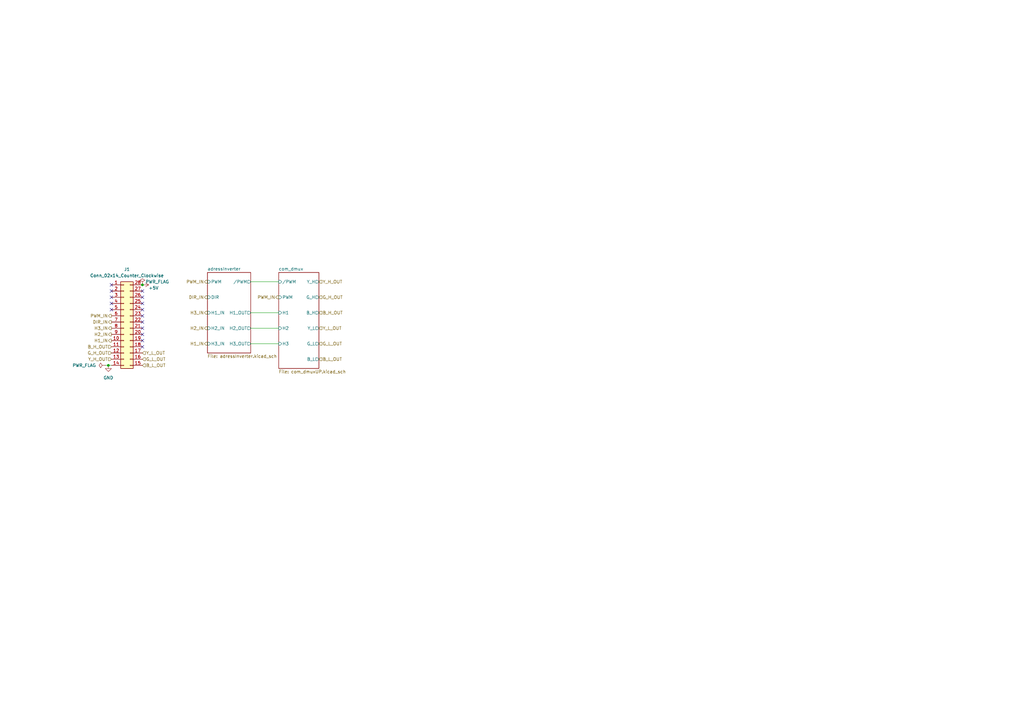
<source format=kicad_sch>
(kicad_sch (version 20230121) (generator eeschema)
  (paper "A3")
  (lib_symbols
    (symbol "Connector_Generic:Conn_02x14_Counter_Clockwise" (pin_names (offset 1.016) hide)
      (property "Reference" "J" (at 1.27 17.78 0))
      (property "Value" "Conn_02x14_Counter_Clockwise" (at 1.27 -20.32 0))
      (symbol "Conn_02x14_Counter_Clockwise_1_1"
        (rectangle (start -1.27 -17.653) (end 0 -17.907) (stroke (width 0.1524)))
        (rectangle (start -1.27 -15.113) (end 0 -15.367) (stroke (width 0.1524)))
        (rectangle (start -1.27 -12.573) (end 0 -12.827) (stroke (width 0.1524)))
        (rectangle (start -1.27 -10.033) (end 0 -10.287) (stroke (width 0.1524)))
        (rectangle (start -1.27 -7.493) (end 0 -7.747) (stroke (width 0.1524)))
        (rectangle (start -1.27 -4.953) (end 0 -5.207) (stroke (width 0.1524)))
        (rectangle (start -1.27 -2.413) (end 0 -2.667) (stroke (width 0.1524)))
        (rectangle (start -1.27 0.127) (end 0 -0.127) (stroke (width 0.1524)))
        (rectangle (start -1.27 2.667) (end 0 2.413) (stroke (width 0.1524)))
        (rectangle (start -1.27 5.207) (end 0 4.953) (stroke (width 0.1524)))
        (rectangle (start -1.27 7.747) (end 0 7.493) (stroke (width 0.1524)))
        (rectangle (start -1.27 10.287) (end 0 10.033) (stroke (width 0.1524)))
        (rectangle (start -1.27 12.827) (end 0 12.573) (stroke (width 0.1524)))
        (rectangle (start -1.27 15.367) (end 0 15.113) (stroke (width 0.1524)))
        (rectangle (start -1.27 16.51) (end 3.81 -19.05) (stroke (width 0.254)) (fill (type background)))
        (rectangle (start 3.81 -17.653) (end 2.54 -17.907) (stroke (width 0.1524)))
        (rectangle (start 3.81 -15.113) (end 2.54 -15.367) (stroke (width 0.1524)))
        (rectangle (start 3.81 -12.573) (end 2.54 -12.827) (stroke (width 0.1524)))
        (rectangle (start 3.81 -10.033) (end 2.54 -10.287) (stroke (width 0.1524)))
        (rectangle (start 3.81 -7.493) (end 2.54 -7.747) (stroke (width 0.1524)))
        (rectangle (start 3.81 -4.953) (end 2.54 -5.207) (stroke (width 0.1524)))
        (rectangle (start 3.81 -2.413) (end 2.54 -2.667) (stroke (width 0.1524)))
        (rectangle (start 3.81 0.127) (end 2.54 -0.127) (stroke (width 0.1524)))
        (rectangle (start 3.81 2.667) (end 2.54 2.413) (stroke (width 0.1524)))
        (rectangle (start 3.81 5.207) (end 2.54 4.953) (stroke (width 0.1524)))
        (rectangle (start 3.81 7.747) (end 2.54 7.493) (stroke (width 0.1524)))
        (rectangle (start 3.81 10.287) (end 2.54 10.033) (stroke (width 0.1524)))
        (rectangle (start 3.81 12.827) (end 2.54 12.573) (stroke (width 0.1524)))
        (rectangle (start 3.81 15.367) (end 2.54 15.113) (stroke (width 0.1524)))
        (pin passive line (at -5.08 15.24 0) (length 3.81) (name "Pin_1") (number "1"))
        (pin passive line (at -5.08 -7.62 0) (length 3.81) (name "Pin_10") (number "10"))
        (pin passive line (at -5.08 -10.16 0) (length 3.81) (name "Pin_11") (number "11"))
        (pin passive line (at -5.08 -12.7 0) (length 3.81) (name "Pin_12") (number "12"))
        (pin passive line (at -5.08 -15.24 0) (length 3.81) (name "Pin_13") (number "13"))
        (pin passive line (at -5.08 -17.78 0) (length 3.81) (name "Pin_14") (number "14"))
        (pin passive line (at 7.62 -17.78 180) (length 3.81) (name "Pin_15") (number "15"))
        (pin passive line (at 7.62 -15.24 180) (length 3.81) (name "Pin_16") (number "16"))
        (pin passive line (at 7.62 -12.7 180) (length 3.81) (name "Pin_17") (number "17"))
        (pin passive line (at 7.62 -10.16 180) (length 3.81) (name "Pin_18") (number "18"))
        (pin passive line (at 7.62 -7.62 180) (length 3.81) (name "Pin_19") (number "19"))
        (pin passive line (at -5.08 12.7 0) (length 3.81) (name "Pin_2") (number "2"))
        (pin passive line (at 7.62 -5.08 180) (length 3.81) (name "Pin_20") (number "20"))
        (pin passive line (at 7.62 -2.54 180) (length 3.81) (name "Pin_21") (number "21"))
        (pin passive line (at 7.62 0 180) (length 3.81) (name "Pin_22") (number "22"))
        (pin passive line (at 7.62 2.54 180) (length 3.81) (name "Pin_23") (number "23"))
        (pin passive line (at 7.62 5.08 180) (length 3.81) (name "Pin_24") (number "24"))
        (pin passive line (at 7.62 7.62 180) (length 3.81) (name "Pin_25") (number "25"))
        (pin passive line (at 7.62 10.16 180) (length 3.81) (name "Pin_26") (number "26"))
        (pin passive line (at 7.62 12.7 180) (length 3.81) (name "Pin_27") (number "27"))
        (pin passive line (at 7.62 15.24 180) (length 3.81) (name "Pin_28") (number "28"))
        (pin passive line (at -5.08 10.16 0) (length 3.81) (name "Pin_3") (number "3"))
        (pin passive line (at -5.08 7.62 0) (length 3.81) (name "Pin_4") (number "4"))
        (pin passive line (at -5.08 5.08 0) (length 3.81) (name "Pin_5") (number "5"))
        (pin passive line (at -5.08 2.54 0) (length 3.81) (name "Pin_6") (number "6"))
        (pin passive line (at -5.08 0 0) (length 3.81) (name "Pin_7") (number "7"))
        (pin passive line (at -5.08 -2.54 0) (length 3.81) (name "Pin_8") (number "8"))
        (pin passive line (at -5.08 -5.08 0) (length 3.81) (name "Pin_9") (number "9"))
      )
    )
    (symbol "power:+5V" (power) (pin_names (offset 0))
      (property "Value" "+5V" (at 0 3.556 0))
      (symbol "+5V_0_1"
        (polyline (pts (xy -0.762 1.27) (xy 0 2.54)))
        (polyline (pts (xy 0 0) (xy 0 2.54)))
        (polyline (pts (xy 0 2.54) (xy 0.762 1.27)))
      )
      (symbol "+5V_1_1"
        (pin power_in line (at 0 0 90) (length 0) hide (name "+5V") (number "1"))
      )
    )
    (symbol "power:GND" (power) (pin_names (offset 0))
      (property "Value" "GND" (at 0 -3.81 0))
      (symbol "GND_0_1"
        (polyline (pts (xy 0 0) (xy 0 -1.27) (xy 1.27 -1.27) (xy 0 -2.54) (xy -1.27 -1.27) (xy 0 -1.27)))
      )
      (symbol "GND_1_1"
        (pin power_in line (at 0 0 270) (length 0) hide (name "GND") (number "1"))
      )
    )
    (symbol "power:PWR_FLAG" (power) (pin_numbers hide) (pin_names (offset 0) hide)
      (property "Value" "PWR_FLAG" (at 0 3.81 0))
      (symbol "PWR_FLAG_0_0"
        (pin power_out line (at 0 0 90) (length 0) (name "pwr") (number "1"))
      )
      (symbol "PWR_FLAG_0_1"
        (polyline (pts (xy 0 0) (xy 0 1.27) (xy -1.016 1.905) (xy 0 2.54) (xy 1.016 1.905) (xy 0 1.27)))
      )
    )
  )
  (junction (at 58.42 116.84))
  (junction (at 44.45 149.86))
  (no_connect (at 58.42 142.24))
  (no_connect (at 45.72 116.84))
  (no_connect (at 58.42 137.16))
  (no_connect (at 58.42 134.62))
  (no_connect (at 58.42 121.92))
  (no_connect (at 58.42 127))
  (no_connect (at 58.42 132.08))
  (no_connect (at 58.42 124.46))
  (no_connect (at 45.72 124.46))
  (no_connect (at 45.72 119.38))
  (no_connect (at 58.42 129.54))
  (no_connect (at 45.72 121.92))
  (no_connect (at 58.42 139.7))
  (no_connect (at 45.72 127))
  (no_connect (at 58.42 119.38))
  (wire (pts (xy 102.87 134.62) (xy 114.3 134.62)))
  (wire (pts (xy 102.87 140.97) (xy 114.3 140.97)))
  (wire (pts (xy 102.87 115.57) (xy 114.3 115.57)))
  (wire (pts (xy 44.45 149.86) (xy 45.72 149.86)))
  (wire (pts (xy 43.18 149.86) (xy 44.45 149.86)))
  (wire (pts (xy 102.87 128.27) (xy 114.3 128.27)))
  (hierarchical_label "H2_IN" (shape output) (at 85.09 134.62 180))
  (hierarchical_label "H1_IN" (shape output) (at 45.72 139.7 180))
  (hierarchical_label "B_H_OUT" (shape input) (at 45.72 142.24 180))
  (hierarchical_label "Y_L_OUT" (shape input) (at 130.81 134.62 0))
  (hierarchical_label "Y_L_OUT" (shape input) (at 58.42 144.78 0))
  (hierarchical_label "PWM_IN" (shape output) (at 114.3 121.92 180))
  (hierarchical_label "G_H_OUT" (shape input) (at 130.81 121.92 0))
  (hierarchical_label "PWM_IN" (shape output) (at 45.72 129.54 180))
  (hierarchical_label "H2_IN" (shape output) (at 45.72 137.16 180))
  (hierarchical_label "G_L_OUT" (shape input) (at 58.42 147.32 0))
  (hierarchical_label "B_L_OUT" (shape input) (at 130.81 147.32 0))
  (hierarchical_label "Y_H_OUT" (shape input) (at 45.72 147.32 180))
  (hierarchical_label "H1_IN" (shape output) (at 85.09 140.97 180))
  (hierarchical_label "B_H_OUT" (shape input) (at 130.81 128.27 0))
  (hierarchical_label "G_L_OUT" (shape input) (at 130.81 140.97 0))
  (hierarchical_label "B_L_OUT" (shape input) (at 58.42 149.86 0))
  (hierarchical_label "DIR_IN" (shape output) (at 85.09 121.92 180))
  (hierarchical_label "G_H_OUT" (shape input) (at 45.72 144.78 180))
  (hierarchical_label "PWM_IN" (shape output) (at 85.09 115.57 180))
  (hierarchical_label "H3_IN" (shape output) (at 85.09 128.27 180))
  (hierarchical_label "H3_IN" (shape output) (at 45.72 134.62 180))
  (hierarchical_label "Y_H_OUT" (shape input) (at 130.81 115.57 0))
  (hierarchical_label "DIR_IN" (shape output) (at 45.72 132.08 180))
  (symbol (lib_id "power:+5V") (at 58.42 116.84 270) (unit 1)
    (property "Reference" "#PWR03" (effects hide))
    (property "Value" "+5V" (at 60.96 118.11 90) (effects (justify left)))
  )
  (symbol (lib_id "power:GND") (at 44.45 149.86 0) (unit 1)
    (property "Reference" "#PWR07" (effects hide))
    (property "Value" "GND" (at 44.45 154.94 0))
  )
  (symbol (lib_id "Connector_Generic:Conn_02x14_Counter_Clockwise") (at 50.8 132.08 0) (unit 1)
    (property "Reference" "J1" (at 52.07 110.49 0))
    (property "Value" "Conn_02x14_Counter_Clockwise" (at 52.07 113.03 0))
  )
  (symbol (lib_id "power:PWR_FLAG") (at 43.18 149.86 90) (unit 1)
    (property "Reference" "#FLG06" (effects hide))
    (property "Value" "PWR_FLAG" (at 39.37 149.86 90) (effects (justify left)))
  )
  (symbol (lib_id "power:PWR_FLAG") (at 58.42 116.84 0) (unit 1)
    (property "Reference" "#FLG05" (effects hide))
    (property "Value" "PWR_FLAG" (at 59.69 115.57 0) (effects (justify left)))
  )
  (sheet (at 85.09 111.76) (size 17.78 33.02) (stroke (width 0.1524))
    (property "Sheetname" "adressInverter" (at 85.09 111.0484 0) (effects (justify left bottom)))
    (property "Sheetfile" "adressInverter.kicad_sch" (at 85.09 145.3646 0) (effects (justify left top)))
    (pin "H3_OUT" output (at 102.87 140.97 0))
    (pin "H3_IN" input (at 85.09 140.97 180))
    (pin "H1_OUT" output (at 102.87 128.27 0))
    (pin "{slash}PWM" output (at 102.87 115.57 0))
    (pin "H2_OUT" output (at 102.87 134.62 0))
    (pin "DIR" input (at 85.09 121.92 180))
    (pin "H1_IN" input (at 85.09 128.27 180))
    (pin "H2_IN" input (at 85.09 134.62 180))
    (pin "PWM" input (at 85.09 115.57 180))
  )
  (sheet (at 114.3 111.76) (size 16.51 39.37) (stroke (width 0.1524))
    (property "Sheetname" "com_dmux" (at 114.3 111.0484 0) (effects (justify left bottom)))
    (property "Sheetfile" "com_dmuxUP.kicad_sch" (at 114.3 151.7146 0) (effects (justify left top)))
    (pin "H2" input (at 114.3 134.62 180))
    (pin "H3" input (at 114.3 140.97 180))
    (pin "H1" input (at 114.3 128.27 180))
    (pin "PWM" input (at 114.3 121.92 180))
    (pin "{slash}PWM" input (at 114.3 115.57 180))
    (pin "B_L" output (at 130.81 147.32 0))
    (pin "G_L" output (at 130.81 140.97 0))
    (pin "Y_L" output (at 130.81 134.62 0))
    (pin "Y_H" output (at 130.81 115.57 0))
    (pin "B_H" output (at 130.81 128.27 0))
    (pin "G_H" output (at 130.81 121.92 0))
  )
)
</source>
